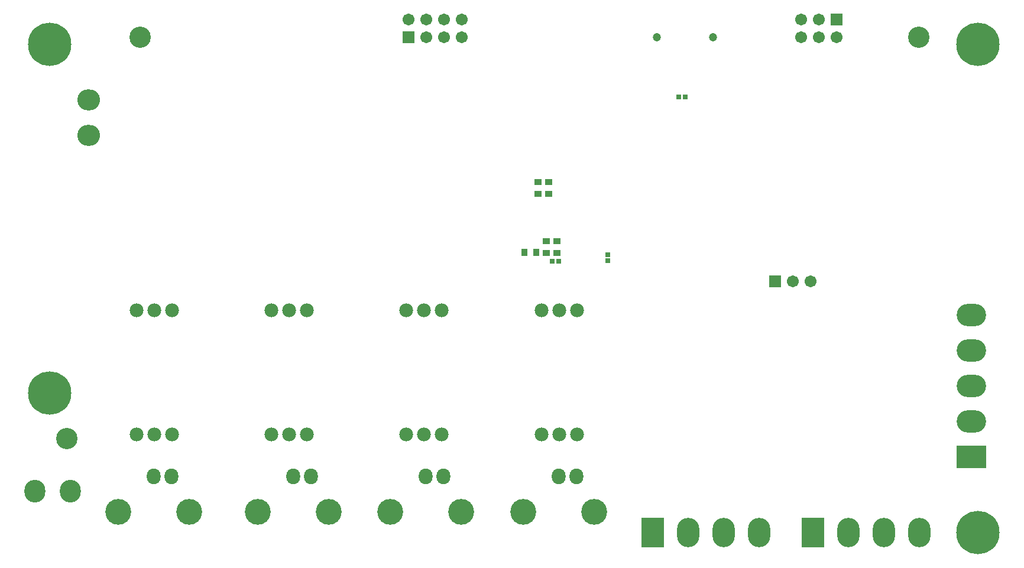
<source format=gbs>
G04 Layer_Color=16711935*
%FSTAX24Y24*%
%MOIN*%
G70*
G01*
G75*
%ADD73R,0.0336X0.0415*%
%ADD74R,0.0415X0.0336*%
%ADD77R,0.0281X0.0297*%
%ADD79R,0.0297X0.0281*%
%ADD81C,0.1200*%
%ADD95C,0.0671*%
%ADD96R,0.0671X0.0671*%
%ADD97O,0.0780X0.0880*%
%ADD98C,0.1458*%
%ADD99R,0.1655X0.1261*%
%ADD100O,0.1655X0.1261*%
%ADD101C,0.2442*%
%ADD102O,0.1280X0.1180*%
%ADD103O,0.1180X0.1280*%
%ADD104C,0.0780*%
%ADD105R,0.1261X0.1655*%
%ADD106O,0.1261X0.1655*%
%ADD107C,0.0474*%
D73*
X415948Y345545D02*
D03*
X415279D02*
D03*
D74*
X417109Y346178D02*
D03*
Y345508D02*
D03*
X416519Y346178D02*
D03*
Y345508D02*
D03*
X416637Y348833D02*
D03*
Y349502D02*
D03*
X416046Y348833D02*
D03*
Y349502D02*
D03*
D77*
X41998Y345407D02*
D03*
Y345053D02*
D03*
D79*
X423973Y35429D02*
D03*
X424327D02*
D03*
X416843Y34503D02*
D03*
X417197D02*
D03*
D81*
X389472Y335033D02*
D03*
X437503Y357671D02*
D03*
X393605D02*
D03*
D95*
X431417Y343892D02*
D03*
X430417D02*
D03*
X408747Y358683D02*
D03*
X409747Y357683D02*
D03*
Y358683D02*
D03*
X410747Y357683D02*
D03*
Y358683D02*
D03*
X411747Y357683D02*
D03*
Y358683D02*
D03*
X432873Y357683D02*
D03*
X431873Y358683D02*
D03*
Y357683D02*
D03*
X430873Y358683D02*
D03*
Y357683D02*
D03*
D96*
X429417Y343892D02*
D03*
X408747Y357683D02*
D03*
X432873Y358683D02*
D03*
D97*
X403235Y3329D02*
D03*
X402235D02*
D03*
X395361D02*
D03*
X394361D02*
D03*
X410716D02*
D03*
X409716D02*
D03*
X418196D02*
D03*
X417196D02*
D03*
D98*
X404235Y3309D02*
D03*
X400235D02*
D03*
X396361D02*
D03*
X392361D02*
D03*
X411716D02*
D03*
X407716D02*
D03*
X419196D02*
D03*
X415196D02*
D03*
D99*
X440456Y333986D02*
D03*
D100*
Y335986D02*
D03*
Y337986D02*
D03*
Y339986D02*
D03*
Y341986D02*
D03*
D101*
X44085Y329719D02*
D03*
X388487Y337593D02*
D03*
Y357278D02*
D03*
X44085D02*
D03*
D102*
X390692Y35412D02*
D03*
Y35212D02*
D03*
D103*
X387668Y332081D02*
D03*
X389669D02*
D03*
D104*
X393393Y342274D02*
D03*
X394393D02*
D03*
X395393D02*
D03*
Y335274D02*
D03*
X394393D02*
D03*
X393393D02*
D03*
X401004Y342274D02*
D03*
X402004D02*
D03*
X403004D02*
D03*
Y335274D02*
D03*
X402004D02*
D03*
X401004D02*
D03*
X408616Y342274D02*
D03*
X409616D02*
D03*
X410616D02*
D03*
Y335274D02*
D03*
X409616D02*
D03*
X408616D02*
D03*
X416228Y342274D02*
D03*
X417228D02*
D03*
X418228D02*
D03*
Y335274D02*
D03*
X417228D02*
D03*
X416228D02*
D03*
D105*
X43155Y329719D02*
D03*
X422495D02*
D03*
D106*
X43355D02*
D03*
X43555D02*
D03*
X43755D02*
D03*
X424495D02*
D03*
X426495D02*
D03*
X428495D02*
D03*
D107*
X425889Y357671D02*
D03*
X422739D02*
D03*
M02*

</source>
